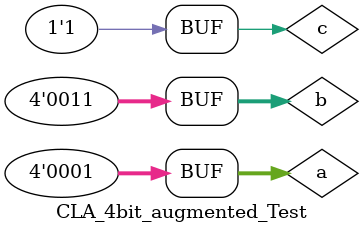
<source format=v>
`timescale 1ns / 1ps


module CLA_4bit_augmented_Test;

	// Inputs
	reg [3:0] a;
	reg [3:0] b;
	reg c;

	// Outputs
	wire [3:0] S;
	wire P;
	wire G;

	// Instantiate the Unit Under Test (UUT)
	CLA_4bit_augmented uut (
		.a(a), 
		.b(b), 
		.c(c), 
		.S(S), 
		.P(P), 
		.G(G)
	);

	initial begin
		$monitor ("a = %d, b = %d, c = %d, S = %d, P = %d, G = %d", a, b, c, S, P, G);
		// Initialize Inputs

		a = 4'd15; b = 4'd0; c = 0; // S = 15 
		#100;
		a = 4'd0; b = 4'd15; c = 1; // S = 0 
		#100;
		a = 4'd8; b = 4'd7; c = 0; // S = 15 
		#100;
		a = 4'd2; b = 4'd3; c = 1; // S = 6 
		#100;
		a = 4'd1; b = 4'd7; c = 0; // S = 8
		#100;
		a = 4'd1; b = 4'd3; c = 1; // S = 5 
		#100;

	end
      
endmodule


</source>
